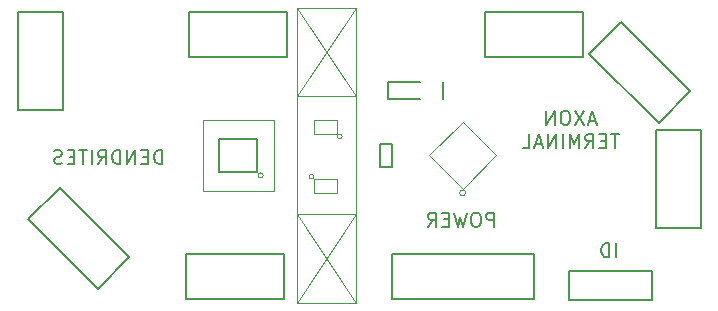
<source format=gbr>
G04 #@! TF.FileFunction,Legend,Bot*
%FSLAX46Y46*%
G04 Gerber Fmt 4.6, Leading zero omitted, Abs format (unit mm)*
G04 Created by KiCad (PCBNEW 4.0.5-e0-6337~49~ubuntu14.04.1) date Mon May  1 15:59:53 2017*
%MOMM*%
%LPD*%
G01*
G04 APERTURE LIST*
%ADD10C,0.100000*%
%ADD11C,0.170000*%
%ADD12C,0.150000*%
G04 APERTURE END LIST*
D10*
D11*
X171671429Y-96042857D02*
X171671429Y-94842857D01*
X171214286Y-94842857D01*
X171100000Y-94900000D01*
X171042857Y-94957143D01*
X170985714Y-95071429D01*
X170985714Y-95242857D01*
X171042857Y-95357143D01*
X171100000Y-95414286D01*
X171214286Y-95471429D01*
X171671429Y-95471429D01*
X170242857Y-94842857D02*
X170014286Y-94842857D01*
X169900000Y-94900000D01*
X169785714Y-95014286D01*
X169728572Y-95242857D01*
X169728572Y-95642857D01*
X169785714Y-95871429D01*
X169900000Y-95985714D01*
X170014286Y-96042857D01*
X170242857Y-96042857D01*
X170357143Y-95985714D01*
X170471429Y-95871429D01*
X170528572Y-95642857D01*
X170528572Y-95242857D01*
X170471429Y-95014286D01*
X170357143Y-94900000D01*
X170242857Y-94842857D01*
X169328571Y-94842857D02*
X169042857Y-96042857D01*
X168814286Y-95185714D01*
X168585714Y-96042857D01*
X168300000Y-94842857D01*
X167842857Y-95414286D02*
X167442857Y-95414286D01*
X167271428Y-96042857D02*
X167842857Y-96042857D01*
X167842857Y-94842857D01*
X167271428Y-94842857D01*
X166071428Y-96042857D02*
X166471428Y-95471429D01*
X166757143Y-96042857D02*
X166757143Y-94842857D01*
X166300000Y-94842857D01*
X166185714Y-94900000D01*
X166128571Y-94957143D01*
X166071428Y-95071429D01*
X166071428Y-95242857D01*
X166128571Y-95357143D01*
X166185714Y-95414286D01*
X166300000Y-95471429D01*
X166757143Y-95471429D01*
X143542857Y-90742857D02*
X143542857Y-89542857D01*
X143257142Y-89542857D01*
X143085714Y-89600000D01*
X142971428Y-89714286D01*
X142914285Y-89828571D01*
X142857142Y-90057143D01*
X142857142Y-90228571D01*
X142914285Y-90457143D01*
X142971428Y-90571429D01*
X143085714Y-90685714D01*
X143257142Y-90742857D01*
X143542857Y-90742857D01*
X142342857Y-90114286D02*
X141942857Y-90114286D01*
X141771428Y-90742857D02*
X142342857Y-90742857D01*
X142342857Y-89542857D01*
X141771428Y-89542857D01*
X141257143Y-90742857D02*
X141257143Y-89542857D01*
X140571428Y-90742857D01*
X140571428Y-89542857D01*
X140000000Y-90742857D02*
X140000000Y-89542857D01*
X139714285Y-89542857D01*
X139542857Y-89600000D01*
X139428571Y-89714286D01*
X139371428Y-89828571D01*
X139314285Y-90057143D01*
X139314285Y-90228571D01*
X139371428Y-90457143D01*
X139428571Y-90571429D01*
X139542857Y-90685714D01*
X139714285Y-90742857D01*
X140000000Y-90742857D01*
X138114285Y-90742857D02*
X138514285Y-90171429D01*
X138800000Y-90742857D02*
X138800000Y-89542857D01*
X138342857Y-89542857D01*
X138228571Y-89600000D01*
X138171428Y-89657143D01*
X138114285Y-89771429D01*
X138114285Y-89942857D01*
X138171428Y-90057143D01*
X138228571Y-90114286D01*
X138342857Y-90171429D01*
X138800000Y-90171429D01*
X137600000Y-90742857D02*
X137600000Y-89542857D01*
X137199999Y-89542857D02*
X136514285Y-89542857D01*
X136857142Y-90742857D02*
X136857142Y-89542857D01*
X136114285Y-90114286D02*
X135714285Y-90114286D01*
X135542856Y-90742857D02*
X136114285Y-90742857D01*
X136114285Y-89542857D01*
X135542856Y-89542857D01*
X135085714Y-90685714D02*
X134914285Y-90742857D01*
X134628571Y-90742857D01*
X134514285Y-90685714D01*
X134457142Y-90628571D01*
X134399999Y-90514286D01*
X134399999Y-90400000D01*
X134457142Y-90285714D01*
X134514285Y-90228571D01*
X134628571Y-90171429D01*
X134857142Y-90114286D01*
X134971428Y-90057143D01*
X135028571Y-90000000D01*
X135085714Y-89885714D01*
X135085714Y-89771429D01*
X135028571Y-89657143D01*
X134971428Y-89600000D01*
X134857142Y-89542857D01*
X134571428Y-89542857D01*
X134399999Y-89600000D01*
X182000000Y-98642857D02*
X182000000Y-97442857D01*
X181428571Y-98642857D02*
X181428571Y-97442857D01*
X181142856Y-97442857D01*
X180971428Y-97500000D01*
X180857142Y-97614286D01*
X180799999Y-97728571D01*
X180742856Y-97957143D01*
X180742856Y-98128571D01*
X180799999Y-98357143D01*
X180857142Y-98471429D01*
X180971428Y-98585714D01*
X181142856Y-98642857D01*
X181428571Y-98642857D01*
X180264286Y-87065000D02*
X179692857Y-87065000D01*
X180378571Y-87407857D02*
X179978571Y-86207857D01*
X179578571Y-87407857D01*
X179292857Y-86207857D02*
X178492857Y-87407857D01*
X178492857Y-86207857D02*
X179292857Y-87407857D01*
X177807143Y-86207857D02*
X177578572Y-86207857D01*
X177464286Y-86265000D01*
X177350000Y-86379286D01*
X177292858Y-86607857D01*
X177292858Y-87007857D01*
X177350000Y-87236429D01*
X177464286Y-87350714D01*
X177578572Y-87407857D01*
X177807143Y-87407857D01*
X177921429Y-87350714D01*
X178035715Y-87236429D01*
X178092858Y-87007857D01*
X178092858Y-86607857D01*
X178035715Y-86379286D01*
X177921429Y-86265000D01*
X177807143Y-86207857D01*
X176778572Y-87407857D02*
X176778572Y-86207857D01*
X176092857Y-87407857D01*
X176092857Y-86207857D01*
X182235714Y-88177857D02*
X181550000Y-88177857D01*
X181892857Y-89377857D02*
X181892857Y-88177857D01*
X181150000Y-88749286D02*
X180750000Y-88749286D01*
X180578571Y-89377857D02*
X181150000Y-89377857D01*
X181150000Y-88177857D01*
X180578571Y-88177857D01*
X179378571Y-89377857D02*
X179778571Y-88806429D01*
X180064286Y-89377857D02*
X180064286Y-88177857D01*
X179607143Y-88177857D01*
X179492857Y-88235000D01*
X179435714Y-88292143D01*
X179378571Y-88406429D01*
X179378571Y-88577857D01*
X179435714Y-88692143D01*
X179492857Y-88749286D01*
X179607143Y-88806429D01*
X180064286Y-88806429D01*
X178864286Y-89377857D02*
X178864286Y-88177857D01*
X178464286Y-89035000D01*
X178064286Y-88177857D01*
X178064286Y-89377857D01*
X177492857Y-89377857D02*
X177492857Y-88177857D01*
X176921428Y-89377857D02*
X176921428Y-88177857D01*
X176235713Y-89377857D01*
X176235713Y-88177857D01*
X175721428Y-89035000D02*
X175149999Y-89035000D01*
X175835713Y-89377857D02*
X175435713Y-88177857D01*
X175035713Y-89377857D01*
X174064285Y-89377857D02*
X174635714Y-89377857D01*
X174635714Y-88177857D01*
D12*
X179150000Y-77850000D02*
X179150000Y-81650000D01*
X179150000Y-81650000D02*
X170850000Y-81650000D01*
X170850000Y-81650000D02*
X170850000Y-77850000D01*
X170850000Y-77850000D02*
X179150000Y-77850000D01*
D10*
X160000000Y-77500000D02*
X155000000Y-85000000D01*
X160000000Y-85000000D02*
X155000000Y-77500000D01*
X155000000Y-85000000D02*
X160000000Y-85000000D01*
X160000000Y-102500000D02*
X155000000Y-95000000D01*
X160000000Y-95000000D02*
X155000000Y-102500000D01*
X155000000Y-95000000D02*
X160000000Y-95000000D01*
X155000000Y-77500000D02*
X155000000Y-102500000D01*
X160000000Y-102500000D02*
X160000000Y-77500000D01*
X160000000Y-77500000D02*
X155000000Y-77500000D01*
X155000000Y-102500000D02*
X160000000Y-102500000D01*
X152123607Y-91700000D02*
G75*
G03X152123607Y-91700000I-223607J0D01*
G01*
X147000000Y-93000000D02*
X147000000Y-87000000D01*
X153000000Y-93000000D02*
X147000000Y-93000000D01*
X153000000Y-87000000D02*
X153000000Y-93000000D01*
X147000000Y-87000000D02*
X153000000Y-87000000D01*
D12*
X148400000Y-88600000D02*
X151600000Y-88600000D01*
X151600000Y-88600000D02*
X151600000Y-91400000D01*
X151600000Y-91400000D02*
X148400000Y-91400000D01*
X148400000Y-91400000D02*
X148400000Y-88600000D01*
X131350000Y-77850000D02*
X135150000Y-77850000D01*
X135150000Y-77850000D02*
X135150000Y-86150000D01*
X135150000Y-86150000D02*
X131350000Y-86150000D01*
X131350000Y-86150000D02*
X131350000Y-77850000D01*
X132222004Y-95409010D02*
X134909010Y-92722004D01*
X134909010Y-92722004D02*
X140777996Y-98590990D01*
X140777996Y-98590990D02*
X138090990Y-101277996D01*
X138090990Y-101277996D02*
X132222004Y-95409010D01*
X167300000Y-85200000D02*
X167300000Y-83800000D01*
X165400000Y-85200000D02*
X162700000Y-85200000D01*
X162700000Y-85200000D02*
X162700000Y-83800000D01*
X162700000Y-83800000D02*
X165400000Y-83800000D01*
X154150000Y-77850000D02*
X154150000Y-81650000D01*
X154150000Y-81650000D02*
X145850000Y-81650000D01*
X145850000Y-81650000D02*
X145850000Y-77850000D01*
X145850000Y-77850000D02*
X154150000Y-77850000D01*
X145600000Y-102150000D02*
X145600000Y-98350000D01*
X145600000Y-98350000D02*
X153900000Y-98350000D01*
X153900000Y-98350000D02*
X153900000Y-102150000D01*
X153900000Y-102150000D02*
X145600000Y-102150000D01*
X188277996Y-84590990D02*
X185590990Y-87277996D01*
X185590990Y-87277996D02*
X179722004Y-81409010D01*
X179722004Y-81409010D02*
X182409010Y-78722004D01*
X182409010Y-78722004D02*
X188277996Y-84590990D01*
X189150000Y-96150000D02*
X185350000Y-96150000D01*
X185350000Y-96150000D02*
X185350000Y-87850000D01*
X185350000Y-87850000D02*
X189150000Y-87850000D01*
X189150000Y-87850000D02*
X189150000Y-96150000D01*
X162975000Y-102150000D02*
X162975000Y-98350000D01*
X162975000Y-98350000D02*
X175025000Y-98350000D01*
X175025000Y-98350000D02*
X175025000Y-102150000D01*
X175025000Y-102150000D02*
X162975000Y-102150000D01*
D10*
X156400000Y-91800000D02*
G75*
G03X156400000Y-91800000I-200000J0D01*
G01*
X156400000Y-93200000D02*
X158400000Y-93200000D01*
X156400000Y-92000000D02*
X156400000Y-93200000D01*
X158400000Y-92000000D02*
X156400000Y-92000000D01*
X158400000Y-93200000D02*
X158400000Y-92000000D01*
X158800000Y-88400000D02*
G75*
G03X158800000Y-88400000I-200000J0D01*
G01*
X158400000Y-87000000D02*
X156400000Y-87000000D01*
X158400000Y-88200000D02*
X158400000Y-87000000D01*
X156400000Y-88200000D02*
X158400000Y-88200000D01*
X156400000Y-87000000D02*
X156400000Y-88200000D01*
D12*
X163000000Y-89000000D02*
X162000000Y-89000000D01*
X162000000Y-89000000D02*
X162000000Y-91000000D01*
X162000000Y-91000000D02*
X163000000Y-91000000D01*
X163000000Y-91000000D02*
X163000000Y-89000000D01*
X178000000Y-102250000D02*
X178000000Y-99750000D01*
X178000000Y-99750000D02*
X185000000Y-99750000D01*
X185000000Y-99750000D02*
X185000000Y-102250000D01*
X185000000Y-102250000D02*
X178000000Y-102250000D01*
D10*
X169250000Y-93181981D02*
G75*
G03X169250000Y-93181981I-250000J0D01*
G01*
X166171573Y-90000000D02*
X169000000Y-92828427D01*
X169000000Y-87171573D02*
X166171573Y-90000000D01*
X171828427Y-90000000D02*
X169000000Y-87171573D01*
X169000000Y-92828427D02*
X171828427Y-90000000D01*
M02*

</source>
